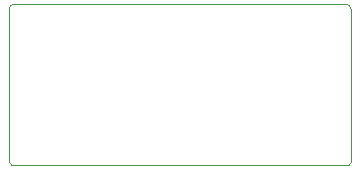
<source format=gbr>
%TF.GenerationSoftware,KiCad,Pcbnew,(6.0.5-0)*%
%TF.CreationDate,2022-06-27T09:39:39+01:00*%
%TF.ProjectId,M125,4d313235-2e6b-4696-9361-645f70636258,1*%
%TF.SameCoordinates,Original*%
%TF.FileFunction,Profile,NP*%
%FSLAX46Y46*%
G04 Gerber Fmt 4.6, Leading zero omitted, Abs format (unit mm)*
G04 Created by KiCad (PCBNEW (6.0.5-0)) date 2022-06-27 09:39:39*
%MOMM*%
%LPD*%
G01*
G04 APERTURE LIST*
%TA.AperFunction,Profile*%
%ADD10C,0.050000*%
%TD*%
G04 APERTURE END LIST*
D10*
X85500000Y-51900000D02*
G75*
G03*
X85700000Y-52100000I200000J0D01*
G01*
X114300000Y-52100000D02*
G75*
G03*
X114500000Y-51900000I0J200000D01*
G01*
X114500000Y-39000000D02*
G75*
G03*
X114000000Y-38500000I-500001J-1D01*
G01*
X86000000Y-38500000D02*
G75*
G03*
X85500000Y-39000000I0J-500000D01*
G01*
X114000000Y-38500000D02*
X86000000Y-38500000D01*
X85500000Y-39000000D02*
X85500000Y-51900000D01*
X114500000Y-51900000D02*
X114500000Y-39000000D01*
X85700000Y-52100000D02*
X114300000Y-52100000D01*
M02*

</source>
